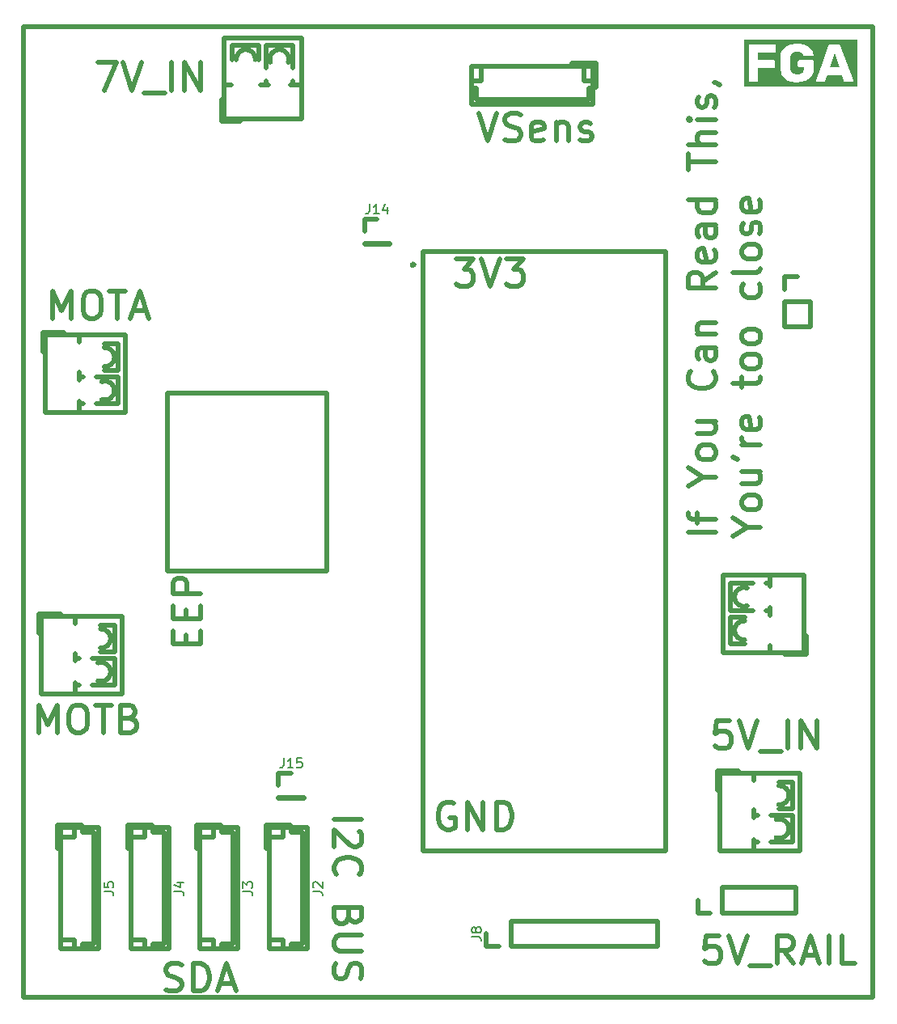
<source format=gbr>
%TF.GenerationSoftware,KiCad,Pcbnew,8.0.1*%
%TF.CreationDate,2024-11-21T16:43:07-05:00*%
%TF.ProjectId,SensorPCB,53656e73-6f72-4504-9342-2e6b69636164,rev?*%
%TF.SameCoordinates,Original*%
%TF.FileFunction,Legend,Top*%
%TF.FilePolarity,Positive*%
%FSLAX46Y46*%
G04 Gerber Fmt 4.6, Leading zero omitted, Abs format (unit mm)*
G04 Created by KiCad (PCBNEW 8.0.1) date 2024-11-21 16:43:07*
%MOMM*%
%LPD*%
G01*
G04 APERTURE LIST*
%ADD10C,0.579999*%
%ADD11C,0.499999*%
%ADD12C,0.150000*%
%TA.AperFunction,Profile*%
%ADD13C,0.499999*%
%TD*%
G04 APERTURE END LIST*
D10*
G36*
X118892792Y-24325238D02*
G01*
X117855250Y-24325238D01*
X118372067Y-22847084D01*
X118892792Y-24325238D01*
G37*
G36*
X120771427Y-26320133D02*
G01*
X108945366Y-26320133D01*
X108945366Y-25679318D01*
X109389810Y-25679318D01*
X109429866Y-25779946D01*
X109530494Y-25820002D01*
X110236843Y-25820002D01*
X110338448Y-25779946D01*
X110379480Y-25679318D01*
X110379480Y-24414142D01*
X111993434Y-24414142D01*
X112095039Y-24374087D01*
X112136071Y-24273459D01*
X112136071Y-23846523D01*
X112691967Y-23846523D01*
X112692173Y-23947537D01*
X112694034Y-24158151D01*
X112697829Y-24357478D01*
X112699237Y-24387864D01*
X112719566Y-24592439D01*
X112765240Y-24808838D01*
X112834849Y-25006674D01*
X112928394Y-25185948D01*
X113044592Y-25345255D01*
X113182161Y-25484168D01*
X113341102Y-25602687D01*
X113521414Y-25700811D01*
X113594378Y-25732064D01*
X113802045Y-25800375D01*
X113999381Y-25842216D01*
X114211303Y-25867321D01*
X114437811Y-25875689D01*
X114536644Y-25874092D01*
X114758036Y-25857943D01*
X114966525Y-25824404D01*
X115162112Y-25773473D01*
X115351970Y-25700811D01*
X116421059Y-25700811D01*
X116456230Y-25784831D01*
X116539273Y-25820002D01*
X117229013Y-25820002D01*
X117358950Y-25778969D01*
X117411706Y-25700811D01*
X117625663Y-25134169D01*
X119122380Y-25134169D01*
X119336336Y-25700811D01*
X119391046Y-25778969D01*
X119519029Y-25820002D01*
X120208770Y-25820002D01*
X120291812Y-25784831D01*
X120326983Y-25700811D01*
X120319167Y-25652940D01*
X119008074Y-22057692D01*
X118936756Y-21949249D01*
X118789233Y-21900400D01*
X117958809Y-21900400D01*
X117811287Y-21949249D01*
X117739968Y-22057692D01*
X116912437Y-24325238D01*
X116427898Y-25652940D01*
X116421059Y-25700811D01*
X115351970Y-25700811D01*
X115369840Y-25693972D01*
X115557968Y-25593161D01*
X115723747Y-25472445D01*
X115867179Y-25331822D01*
X115988262Y-25171294D01*
X116001846Y-25149785D01*
X116094994Y-24967825D01*
X116160542Y-24768279D01*
X116198492Y-24551147D01*
X116209057Y-24346732D01*
X116209057Y-23706817D01*
X116168024Y-23605212D01*
X116065442Y-23564179D01*
X114653722Y-23564179D01*
X114553094Y-23605212D01*
X114513038Y-23706817D01*
X114513038Y-24124960D01*
X114553094Y-24226564D01*
X114653722Y-24267597D01*
X115184216Y-24267597D01*
X115184216Y-24377995D01*
X115163179Y-24583015D01*
X115088473Y-24770736D01*
X114999866Y-24881978D01*
X114828599Y-24996416D01*
X114651768Y-25049905D01*
X114451489Y-25067735D01*
X114319034Y-25059460D01*
X114120030Y-25006773D01*
X113944442Y-24894811D01*
X113826748Y-24734207D01*
X113761827Y-24532675D01*
X113739278Y-24329146D01*
X113735645Y-24206017D01*
X113731785Y-23991571D01*
X113731104Y-23778433D01*
X113733602Y-23566604D01*
X113739278Y-23356085D01*
X113757535Y-23183711D01*
X113816736Y-22988371D01*
X113937603Y-22819728D01*
X114051428Y-22738971D01*
X114235892Y-22672407D01*
X114437811Y-22652667D01*
X114586143Y-22661871D01*
X114782682Y-22718124D01*
X114837672Y-22747736D01*
X114989799Y-22876393D01*
X114994522Y-22882183D01*
X115101174Y-23051270D01*
X115157838Y-23112819D01*
X115246742Y-23132359D01*
X116066419Y-23132359D01*
X116154347Y-23098165D01*
X116187564Y-23013168D01*
X116186403Y-22987874D01*
X116146348Y-22784420D01*
X116066419Y-22604795D01*
X116010841Y-22515864D01*
X115880337Y-22359637D01*
X115728388Y-22225731D01*
X115563357Y-22114927D01*
X115374546Y-22020285D01*
X115182262Y-21948272D01*
X115057561Y-21912746D01*
X114857630Y-21873239D01*
X114642242Y-21850269D01*
X114437811Y-21843736D01*
X114341177Y-21845264D01*
X114124914Y-21860718D01*
X113921554Y-21892815D01*
X113731096Y-21941555D01*
X113529230Y-22017636D01*
X113390596Y-22088345D01*
X113224663Y-22199719D01*
X113063827Y-22348371D01*
X112930348Y-22521753D01*
X112917225Y-22542474D01*
X112825848Y-22718619D01*
X112758651Y-22913204D01*
X112715634Y-23126229D01*
X112697829Y-23327752D01*
X112695545Y-23436392D01*
X112692791Y-23645344D01*
X112691967Y-23846523D01*
X112136071Y-23846523D01*
X112136071Y-23713655D01*
X112095039Y-23612051D01*
X111993434Y-23571018D01*
X110379480Y-23571018D01*
X110379480Y-22747433D01*
X112104808Y-22747433D01*
X112207390Y-22706400D01*
X112248423Y-22606749D01*
X112248423Y-22043038D01*
X112207390Y-21941433D01*
X112104808Y-21900400D01*
X109530494Y-21900400D01*
X109429866Y-21941433D01*
X109389810Y-22043038D01*
X109389810Y-25679318D01*
X108945366Y-25679318D01*
X108945366Y-21399292D01*
X120771427Y-21399292D01*
X120771427Y-26320133D01*
G37*
D11*
X105950268Y-72980579D02*
X103050274Y-72980579D01*
X104016939Y-72013914D02*
X104016939Y-70909154D01*
X105950268Y-71599629D02*
X103464559Y-71599629D01*
X103464559Y-71599629D02*
X103188369Y-71461534D01*
X103188369Y-71461534D02*
X103050274Y-71185344D01*
X103050274Y-71185344D02*
X103050274Y-70909154D01*
X104569319Y-67180591D02*
X105950268Y-67180591D01*
X103050274Y-68147256D02*
X104569319Y-67180591D01*
X104569319Y-67180591D02*
X103050274Y-66213926D01*
X105950268Y-64832977D02*
X105812174Y-65109167D01*
X105812174Y-65109167D02*
X105674079Y-65247262D01*
X105674079Y-65247262D02*
X105397889Y-65385357D01*
X105397889Y-65385357D02*
X104569319Y-65385357D01*
X104569319Y-65385357D02*
X104293129Y-65247262D01*
X104293129Y-65247262D02*
X104155034Y-65109167D01*
X104155034Y-65109167D02*
X104016939Y-64832977D01*
X104016939Y-64832977D02*
X104016939Y-64418692D01*
X104016939Y-64418692D02*
X104155034Y-64142502D01*
X104155034Y-64142502D02*
X104293129Y-64004407D01*
X104293129Y-64004407D02*
X104569319Y-63866312D01*
X104569319Y-63866312D02*
X105397889Y-63866312D01*
X105397889Y-63866312D02*
X105674079Y-64004407D01*
X105674079Y-64004407D02*
X105812174Y-64142502D01*
X105812174Y-64142502D02*
X105950268Y-64418692D01*
X105950268Y-64418692D02*
X105950268Y-64832977D01*
X104016939Y-61380603D02*
X105950268Y-61380603D01*
X104016939Y-62623458D02*
X105535984Y-62623458D01*
X105535984Y-62623458D02*
X105812174Y-62485363D01*
X105812174Y-62485363D02*
X105950268Y-62209173D01*
X105950268Y-62209173D02*
X105950268Y-61794888D01*
X105950268Y-61794888D02*
X105812174Y-61518698D01*
X105812174Y-61518698D02*
X105674079Y-61380603D01*
X105674079Y-56132995D02*
X105812174Y-56271090D01*
X105812174Y-56271090D02*
X105950268Y-56685375D01*
X105950268Y-56685375D02*
X105950268Y-56961565D01*
X105950268Y-56961565D02*
X105812174Y-57375850D01*
X105812174Y-57375850D02*
X105535984Y-57652040D01*
X105535984Y-57652040D02*
X105259794Y-57790135D01*
X105259794Y-57790135D02*
X104707414Y-57928230D01*
X104707414Y-57928230D02*
X104293129Y-57928230D01*
X104293129Y-57928230D02*
X103740749Y-57790135D01*
X103740749Y-57790135D02*
X103464559Y-57652040D01*
X103464559Y-57652040D02*
X103188369Y-57375850D01*
X103188369Y-57375850D02*
X103050274Y-56961565D01*
X103050274Y-56961565D02*
X103050274Y-56685375D01*
X103050274Y-56685375D02*
X103188369Y-56271090D01*
X103188369Y-56271090D02*
X103326464Y-56132995D01*
X105950268Y-53647286D02*
X104431224Y-53647286D01*
X104431224Y-53647286D02*
X104155034Y-53785381D01*
X104155034Y-53785381D02*
X104016939Y-54061571D01*
X104016939Y-54061571D02*
X104016939Y-54613951D01*
X104016939Y-54613951D02*
X104155034Y-54890141D01*
X105812174Y-53647286D02*
X105950268Y-53923476D01*
X105950268Y-53923476D02*
X105950268Y-54613951D01*
X105950268Y-54613951D02*
X105812174Y-54890141D01*
X105812174Y-54890141D02*
X105535984Y-55028236D01*
X105535984Y-55028236D02*
X105259794Y-55028236D01*
X105259794Y-55028236D02*
X104983604Y-54890141D01*
X104983604Y-54890141D02*
X104845509Y-54613951D01*
X104845509Y-54613951D02*
X104845509Y-53923476D01*
X104845509Y-53923476D02*
X104707414Y-53647286D01*
X104016939Y-52266337D02*
X105950268Y-52266337D01*
X104293129Y-52266337D02*
X104155034Y-52128242D01*
X104155034Y-52128242D02*
X104016939Y-51852052D01*
X104016939Y-51852052D02*
X104016939Y-51437767D01*
X104016939Y-51437767D02*
X104155034Y-51161577D01*
X104155034Y-51161577D02*
X104431224Y-51023482D01*
X104431224Y-51023482D02*
X105950268Y-51023482D01*
X105950268Y-45775874D02*
X104569319Y-46742539D01*
X105950268Y-47433014D02*
X103050274Y-47433014D01*
X103050274Y-47433014D02*
X103050274Y-46328254D01*
X103050274Y-46328254D02*
X103188369Y-46052064D01*
X103188369Y-46052064D02*
X103326464Y-45913969D01*
X103326464Y-45913969D02*
X103602654Y-45775874D01*
X103602654Y-45775874D02*
X104016939Y-45775874D01*
X104016939Y-45775874D02*
X104293129Y-45913969D01*
X104293129Y-45913969D02*
X104431224Y-46052064D01*
X104431224Y-46052064D02*
X104569319Y-46328254D01*
X104569319Y-46328254D02*
X104569319Y-47433014D01*
X105812174Y-43428260D02*
X105950268Y-43704450D01*
X105950268Y-43704450D02*
X105950268Y-44256830D01*
X105950268Y-44256830D02*
X105812174Y-44533020D01*
X105812174Y-44533020D02*
X105535984Y-44671115D01*
X105535984Y-44671115D02*
X104431224Y-44671115D01*
X104431224Y-44671115D02*
X104155034Y-44533020D01*
X104155034Y-44533020D02*
X104016939Y-44256830D01*
X104016939Y-44256830D02*
X104016939Y-43704450D01*
X104016939Y-43704450D02*
X104155034Y-43428260D01*
X104155034Y-43428260D02*
X104431224Y-43290165D01*
X104431224Y-43290165D02*
X104707414Y-43290165D01*
X104707414Y-43290165D02*
X104983604Y-44671115D01*
X105950268Y-40804456D02*
X104431224Y-40804456D01*
X104431224Y-40804456D02*
X104155034Y-40942551D01*
X104155034Y-40942551D02*
X104016939Y-41218741D01*
X104016939Y-41218741D02*
X104016939Y-41771121D01*
X104016939Y-41771121D02*
X104155034Y-42047311D01*
X105812174Y-40804456D02*
X105950268Y-41080646D01*
X105950268Y-41080646D02*
X105950268Y-41771121D01*
X105950268Y-41771121D02*
X105812174Y-42047311D01*
X105812174Y-42047311D02*
X105535984Y-42185406D01*
X105535984Y-42185406D02*
X105259794Y-42185406D01*
X105259794Y-42185406D02*
X104983604Y-42047311D01*
X104983604Y-42047311D02*
X104845509Y-41771121D01*
X104845509Y-41771121D02*
X104845509Y-41080646D01*
X104845509Y-41080646D02*
X104707414Y-40804456D01*
X105950268Y-38180652D02*
X103050274Y-38180652D01*
X105812174Y-38180652D02*
X105950268Y-38456842D01*
X105950268Y-38456842D02*
X105950268Y-39009222D01*
X105950268Y-39009222D02*
X105812174Y-39285412D01*
X105812174Y-39285412D02*
X105674079Y-39423507D01*
X105674079Y-39423507D02*
X105397889Y-39561602D01*
X105397889Y-39561602D02*
X104569319Y-39561602D01*
X104569319Y-39561602D02*
X104293129Y-39423507D01*
X104293129Y-39423507D02*
X104155034Y-39285412D01*
X104155034Y-39285412D02*
X104016939Y-39009222D01*
X104016939Y-39009222D02*
X104016939Y-38456842D01*
X104016939Y-38456842D02*
X104155034Y-38180652D01*
X103050274Y-35004469D02*
X103050274Y-33347329D01*
X105950268Y-34175899D02*
X103050274Y-34175899D01*
X105950268Y-32380665D02*
X103050274Y-32380665D01*
X105950268Y-31137810D02*
X104431224Y-31137810D01*
X104431224Y-31137810D02*
X104155034Y-31275905D01*
X104155034Y-31275905D02*
X104016939Y-31552095D01*
X104016939Y-31552095D02*
X104016939Y-31966380D01*
X104016939Y-31966380D02*
X104155034Y-32242570D01*
X104155034Y-32242570D02*
X104293129Y-32380665D01*
X105950268Y-29756861D02*
X104016939Y-29756861D01*
X103050274Y-29756861D02*
X103188369Y-29894956D01*
X103188369Y-29894956D02*
X103326464Y-29756861D01*
X103326464Y-29756861D02*
X103188369Y-29618766D01*
X103188369Y-29618766D02*
X103050274Y-29756861D01*
X103050274Y-29756861D02*
X103326464Y-29756861D01*
X105812174Y-28514006D02*
X105950268Y-28237816D01*
X105950268Y-28237816D02*
X105950268Y-27685436D01*
X105950268Y-27685436D02*
X105812174Y-27409246D01*
X105812174Y-27409246D02*
X105535984Y-27271151D01*
X105535984Y-27271151D02*
X105397889Y-27271151D01*
X105397889Y-27271151D02*
X105121699Y-27409246D01*
X105121699Y-27409246D02*
X104983604Y-27685436D01*
X104983604Y-27685436D02*
X104983604Y-28099721D01*
X104983604Y-28099721D02*
X104845509Y-28375911D01*
X104845509Y-28375911D02*
X104569319Y-28514006D01*
X104569319Y-28514006D02*
X104431224Y-28514006D01*
X104431224Y-28514006D02*
X104155034Y-28375911D01*
X104155034Y-28375911D02*
X104016939Y-28099721D01*
X104016939Y-28099721D02*
X104016939Y-27685436D01*
X104016939Y-27685436D02*
X104155034Y-27409246D01*
X105812174Y-25890202D02*
X105950268Y-25890202D01*
X105950268Y-25890202D02*
X106226458Y-26028297D01*
X106226458Y-26028297D02*
X106364553Y-26166392D01*
X109238147Y-72428199D02*
X110619096Y-72428199D01*
X107719102Y-73394864D02*
X109238147Y-72428199D01*
X109238147Y-72428199D02*
X107719102Y-71461534D01*
X110619096Y-70080585D02*
X110481002Y-70356775D01*
X110481002Y-70356775D02*
X110342907Y-70494870D01*
X110342907Y-70494870D02*
X110066717Y-70632965D01*
X110066717Y-70632965D02*
X109238147Y-70632965D01*
X109238147Y-70632965D02*
X108961957Y-70494870D01*
X108961957Y-70494870D02*
X108823862Y-70356775D01*
X108823862Y-70356775D02*
X108685767Y-70080585D01*
X108685767Y-70080585D02*
X108685767Y-69666300D01*
X108685767Y-69666300D02*
X108823862Y-69390110D01*
X108823862Y-69390110D02*
X108961957Y-69252015D01*
X108961957Y-69252015D02*
X109238147Y-69113920D01*
X109238147Y-69113920D02*
X110066717Y-69113920D01*
X110066717Y-69113920D02*
X110342907Y-69252015D01*
X110342907Y-69252015D02*
X110481002Y-69390110D01*
X110481002Y-69390110D02*
X110619096Y-69666300D01*
X110619096Y-69666300D02*
X110619096Y-70080585D01*
X108685767Y-66628211D02*
X110619096Y-66628211D01*
X108685767Y-67871066D02*
X110204812Y-67871066D01*
X110204812Y-67871066D02*
X110481002Y-67732971D01*
X110481002Y-67732971D02*
X110619096Y-67456781D01*
X110619096Y-67456781D02*
X110619096Y-67042496D01*
X110619096Y-67042496D02*
X110481002Y-66766306D01*
X110481002Y-66766306D02*
X110342907Y-66628211D01*
X107719102Y-65109167D02*
X108271482Y-65385357D01*
X110619096Y-63866312D02*
X108685767Y-63866312D01*
X109238147Y-63866312D02*
X108961957Y-63728217D01*
X108961957Y-63728217D02*
X108823862Y-63590122D01*
X108823862Y-63590122D02*
X108685767Y-63313932D01*
X108685767Y-63313932D02*
X108685767Y-63037742D01*
X110481002Y-60966318D02*
X110619096Y-61242508D01*
X110619096Y-61242508D02*
X110619096Y-61794888D01*
X110619096Y-61794888D02*
X110481002Y-62071078D01*
X110481002Y-62071078D02*
X110204812Y-62209173D01*
X110204812Y-62209173D02*
X109100052Y-62209173D01*
X109100052Y-62209173D02*
X108823862Y-62071078D01*
X108823862Y-62071078D02*
X108685767Y-61794888D01*
X108685767Y-61794888D02*
X108685767Y-61242508D01*
X108685767Y-61242508D02*
X108823862Y-60966318D01*
X108823862Y-60966318D02*
X109100052Y-60828223D01*
X109100052Y-60828223D02*
X109376242Y-60828223D01*
X109376242Y-60828223D02*
X109652432Y-62209173D01*
X108685767Y-57790135D02*
X108685767Y-56685375D01*
X107719102Y-57375850D02*
X110204812Y-57375850D01*
X110204812Y-57375850D02*
X110481002Y-57237755D01*
X110481002Y-57237755D02*
X110619096Y-56961565D01*
X110619096Y-56961565D02*
X110619096Y-56685375D01*
X110619096Y-55304426D02*
X110481002Y-55580616D01*
X110481002Y-55580616D02*
X110342907Y-55718711D01*
X110342907Y-55718711D02*
X110066717Y-55856806D01*
X110066717Y-55856806D02*
X109238147Y-55856806D01*
X109238147Y-55856806D02*
X108961957Y-55718711D01*
X108961957Y-55718711D02*
X108823862Y-55580616D01*
X108823862Y-55580616D02*
X108685767Y-55304426D01*
X108685767Y-55304426D02*
X108685767Y-54890141D01*
X108685767Y-54890141D02*
X108823862Y-54613951D01*
X108823862Y-54613951D02*
X108961957Y-54475856D01*
X108961957Y-54475856D02*
X109238147Y-54337761D01*
X109238147Y-54337761D02*
X110066717Y-54337761D01*
X110066717Y-54337761D02*
X110342907Y-54475856D01*
X110342907Y-54475856D02*
X110481002Y-54613951D01*
X110481002Y-54613951D02*
X110619096Y-54890141D01*
X110619096Y-54890141D02*
X110619096Y-55304426D01*
X110619096Y-52680622D02*
X110481002Y-52956812D01*
X110481002Y-52956812D02*
X110342907Y-53094907D01*
X110342907Y-53094907D02*
X110066717Y-53233002D01*
X110066717Y-53233002D02*
X109238147Y-53233002D01*
X109238147Y-53233002D02*
X108961957Y-53094907D01*
X108961957Y-53094907D02*
X108823862Y-52956812D01*
X108823862Y-52956812D02*
X108685767Y-52680622D01*
X108685767Y-52680622D02*
X108685767Y-52266337D01*
X108685767Y-52266337D02*
X108823862Y-51990147D01*
X108823862Y-51990147D02*
X108961957Y-51852052D01*
X108961957Y-51852052D02*
X109238147Y-51713957D01*
X109238147Y-51713957D02*
X110066717Y-51713957D01*
X110066717Y-51713957D02*
X110342907Y-51852052D01*
X110342907Y-51852052D02*
X110481002Y-51990147D01*
X110481002Y-51990147D02*
X110619096Y-52266337D01*
X110619096Y-52266337D02*
X110619096Y-52680622D01*
X110481002Y-47018729D02*
X110619096Y-47294919D01*
X110619096Y-47294919D02*
X110619096Y-47847299D01*
X110619096Y-47847299D02*
X110481002Y-48123489D01*
X110481002Y-48123489D02*
X110342907Y-48261584D01*
X110342907Y-48261584D02*
X110066717Y-48399679D01*
X110066717Y-48399679D02*
X109238147Y-48399679D01*
X109238147Y-48399679D02*
X108961957Y-48261584D01*
X108961957Y-48261584D02*
X108823862Y-48123489D01*
X108823862Y-48123489D02*
X108685767Y-47847299D01*
X108685767Y-47847299D02*
X108685767Y-47294919D01*
X108685767Y-47294919D02*
X108823862Y-47018729D01*
X110619096Y-45361590D02*
X110481002Y-45637780D01*
X110481002Y-45637780D02*
X110204812Y-45775875D01*
X110204812Y-45775875D02*
X107719102Y-45775875D01*
X110619096Y-43842546D02*
X110481002Y-44118736D01*
X110481002Y-44118736D02*
X110342907Y-44256831D01*
X110342907Y-44256831D02*
X110066717Y-44394926D01*
X110066717Y-44394926D02*
X109238147Y-44394926D01*
X109238147Y-44394926D02*
X108961957Y-44256831D01*
X108961957Y-44256831D02*
X108823862Y-44118736D01*
X108823862Y-44118736D02*
X108685767Y-43842546D01*
X108685767Y-43842546D02*
X108685767Y-43428261D01*
X108685767Y-43428261D02*
X108823862Y-43152071D01*
X108823862Y-43152071D02*
X108961957Y-43013976D01*
X108961957Y-43013976D02*
X109238147Y-42875881D01*
X109238147Y-42875881D02*
X110066717Y-42875881D01*
X110066717Y-42875881D02*
X110342907Y-43013976D01*
X110342907Y-43013976D02*
X110481002Y-43152071D01*
X110481002Y-43152071D02*
X110619096Y-43428261D01*
X110619096Y-43428261D02*
X110619096Y-43842546D01*
X110481002Y-41771122D02*
X110619096Y-41494932D01*
X110619096Y-41494932D02*
X110619096Y-40942552D01*
X110619096Y-40942552D02*
X110481002Y-40666362D01*
X110481002Y-40666362D02*
X110204812Y-40528267D01*
X110204812Y-40528267D02*
X110066717Y-40528267D01*
X110066717Y-40528267D02*
X109790527Y-40666362D01*
X109790527Y-40666362D02*
X109652432Y-40942552D01*
X109652432Y-40942552D02*
X109652432Y-41356837D01*
X109652432Y-41356837D02*
X109514337Y-41633027D01*
X109514337Y-41633027D02*
X109238147Y-41771122D01*
X109238147Y-41771122D02*
X109100052Y-41771122D01*
X109100052Y-41771122D02*
X108823862Y-41633027D01*
X108823862Y-41633027D02*
X108685767Y-41356837D01*
X108685767Y-41356837D02*
X108685767Y-40942552D01*
X108685767Y-40942552D02*
X108823862Y-40666362D01*
X110481002Y-38180653D02*
X110619096Y-38456843D01*
X110619096Y-38456843D02*
X110619096Y-39009223D01*
X110619096Y-39009223D02*
X110481002Y-39285413D01*
X110481002Y-39285413D02*
X110204812Y-39423508D01*
X110204812Y-39423508D02*
X109100052Y-39423508D01*
X109100052Y-39423508D02*
X108823862Y-39285413D01*
X108823862Y-39285413D02*
X108685767Y-39009223D01*
X108685767Y-39009223D02*
X108685767Y-38456843D01*
X108685767Y-38456843D02*
X108823862Y-38180653D01*
X108823862Y-38180653D02*
X109100052Y-38042558D01*
X109100052Y-38042558D02*
X109376242Y-38042558D01*
X109376242Y-38042558D02*
X109652432Y-39423508D01*
X48381325Y-120873994D02*
X48795610Y-121012088D01*
X48795610Y-121012088D02*
X49486085Y-121012088D01*
X49486085Y-121012088D02*
X49762275Y-120873994D01*
X49762275Y-120873994D02*
X49900370Y-120735899D01*
X49900370Y-120735899D02*
X50038465Y-120459709D01*
X50038465Y-120459709D02*
X50038465Y-120183519D01*
X50038465Y-120183519D02*
X49900370Y-119907329D01*
X49900370Y-119907329D02*
X49762275Y-119769234D01*
X49762275Y-119769234D02*
X49486085Y-119631139D01*
X49486085Y-119631139D02*
X48933705Y-119493044D01*
X48933705Y-119493044D02*
X48657515Y-119354949D01*
X48657515Y-119354949D02*
X48519420Y-119216854D01*
X48519420Y-119216854D02*
X48381325Y-118940664D01*
X48381325Y-118940664D02*
X48381325Y-118664474D01*
X48381325Y-118664474D02*
X48519420Y-118388284D01*
X48519420Y-118388284D02*
X48657515Y-118250189D01*
X48657515Y-118250189D02*
X48933705Y-118112094D01*
X48933705Y-118112094D02*
X49624180Y-118112094D01*
X49624180Y-118112094D02*
X50038465Y-118250189D01*
X51281319Y-121012088D02*
X51281319Y-118112094D01*
X51281319Y-118112094D02*
X51971794Y-118112094D01*
X51971794Y-118112094D02*
X52386079Y-118250189D01*
X52386079Y-118250189D02*
X52662269Y-118526379D01*
X52662269Y-118526379D02*
X52800364Y-118802569D01*
X52800364Y-118802569D02*
X52938459Y-119354949D01*
X52938459Y-119354949D02*
X52938459Y-119769234D01*
X52938459Y-119769234D02*
X52800364Y-120321614D01*
X52800364Y-120321614D02*
X52662269Y-120597804D01*
X52662269Y-120597804D02*
X52386079Y-120873994D01*
X52386079Y-120873994D02*
X51971794Y-121012088D01*
X51971794Y-121012088D02*
X51281319Y-121012088D01*
X54043218Y-120183519D02*
X55424168Y-120183519D01*
X53767028Y-121012088D02*
X54733693Y-118112094D01*
X54733693Y-118112094D02*
X55700358Y-121012088D01*
X81105135Y-29112094D02*
X82071800Y-32012088D01*
X82071800Y-32012088D02*
X83038465Y-29112094D01*
X83867034Y-31873994D02*
X84281319Y-32012088D01*
X84281319Y-32012088D02*
X84971794Y-32012088D01*
X84971794Y-32012088D02*
X85247984Y-31873994D01*
X85247984Y-31873994D02*
X85386079Y-31735899D01*
X85386079Y-31735899D02*
X85524174Y-31459709D01*
X85524174Y-31459709D02*
X85524174Y-31183519D01*
X85524174Y-31183519D02*
X85386079Y-30907329D01*
X85386079Y-30907329D02*
X85247984Y-30769234D01*
X85247984Y-30769234D02*
X84971794Y-30631139D01*
X84971794Y-30631139D02*
X84419414Y-30493044D01*
X84419414Y-30493044D02*
X84143224Y-30354949D01*
X84143224Y-30354949D02*
X84005129Y-30216854D01*
X84005129Y-30216854D02*
X83867034Y-29940664D01*
X83867034Y-29940664D02*
X83867034Y-29664474D01*
X83867034Y-29664474D02*
X84005129Y-29388284D01*
X84005129Y-29388284D02*
X84143224Y-29250189D01*
X84143224Y-29250189D02*
X84419414Y-29112094D01*
X84419414Y-29112094D02*
X85109889Y-29112094D01*
X85109889Y-29112094D02*
X85524174Y-29250189D01*
X87871788Y-31873994D02*
X87595598Y-32012088D01*
X87595598Y-32012088D02*
X87043218Y-32012088D01*
X87043218Y-32012088D02*
X86767028Y-31873994D01*
X86767028Y-31873994D02*
X86628933Y-31597804D01*
X86628933Y-31597804D02*
X86628933Y-30493044D01*
X86628933Y-30493044D02*
X86767028Y-30216854D01*
X86767028Y-30216854D02*
X87043218Y-30078759D01*
X87043218Y-30078759D02*
X87595598Y-30078759D01*
X87595598Y-30078759D02*
X87871788Y-30216854D01*
X87871788Y-30216854D02*
X88009883Y-30493044D01*
X88009883Y-30493044D02*
X88009883Y-30769234D01*
X88009883Y-30769234D02*
X86628933Y-31045424D01*
X89252737Y-30078759D02*
X89252737Y-32012088D01*
X89252737Y-30354949D02*
X89390832Y-30216854D01*
X89390832Y-30216854D02*
X89667022Y-30078759D01*
X89667022Y-30078759D02*
X90081307Y-30078759D01*
X90081307Y-30078759D02*
X90357497Y-30216854D01*
X90357497Y-30216854D02*
X90495592Y-30493044D01*
X90495592Y-30493044D02*
X90495592Y-32012088D01*
X91738446Y-31873994D02*
X92014636Y-32012088D01*
X92014636Y-32012088D02*
X92567016Y-32012088D01*
X92567016Y-32012088D02*
X92843206Y-31873994D01*
X92843206Y-31873994D02*
X92981301Y-31597804D01*
X92981301Y-31597804D02*
X92981301Y-31459709D01*
X92981301Y-31459709D02*
X92843206Y-31183519D01*
X92843206Y-31183519D02*
X92567016Y-31045424D01*
X92567016Y-31045424D02*
X92152731Y-31045424D01*
X92152731Y-31045424D02*
X91876541Y-30907329D01*
X91876541Y-30907329D02*
X91738446Y-30631139D01*
X91738446Y-30631139D02*
X91738446Y-30493044D01*
X91738446Y-30493044D02*
X91876541Y-30216854D01*
X91876541Y-30216854D02*
X92152731Y-30078759D01*
X92152731Y-30078759D02*
X92567016Y-30078759D01*
X92567016Y-30078759D02*
X92843206Y-30216854D01*
X78743230Y-44319102D02*
X80538465Y-44319102D01*
X80538465Y-44319102D02*
X79571800Y-45423862D01*
X79571800Y-45423862D02*
X79986085Y-45423862D01*
X79986085Y-45423862D02*
X80262275Y-45561957D01*
X80262275Y-45561957D02*
X80400370Y-45700052D01*
X80400370Y-45700052D02*
X80538465Y-45976242D01*
X80538465Y-45976242D02*
X80538465Y-46666717D01*
X80538465Y-46666717D02*
X80400370Y-46942907D01*
X80400370Y-46942907D02*
X80262275Y-47081002D01*
X80262275Y-47081002D02*
X79986085Y-47219096D01*
X79986085Y-47219096D02*
X79157515Y-47219096D01*
X79157515Y-47219096D02*
X78881325Y-47081002D01*
X78881325Y-47081002D02*
X78743230Y-46942907D01*
X81367034Y-44319102D02*
X82333699Y-47219096D01*
X82333699Y-47219096D02*
X83300364Y-44319102D01*
X83990838Y-44319102D02*
X85786073Y-44319102D01*
X85786073Y-44319102D02*
X84819408Y-45423862D01*
X84819408Y-45423862D02*
X85233693Y-45423862D01*
X85233693Y-45423862D02*
X85509883Y-45561957D01*
X85509883Y-45561957D02*
X85647978Y-45700052D01*
X85647978Y-45700052D02*
X85786073Y-45976242D01*
X85786073Y-45976242D02*
X85786073Y-46666717D01*
X85786073Y-46666717D02*
X85647978Y-46942907D01*
X85647978Y-46942907D02*
X85509883Y-47081002D01*
X85509883Y-47081002D02*
X85233693Y-47219096D01*
X85233693Y-47219096D02*
X84405123Y-47219096D01*
X84405123Y-47219096D02*
X84128933Y-47081002D01*
X84128933Y-47081002D02*
X83990838Y-46942907D01*
X78538465Y-101357197D02*
X78262275Y-101219102D01*
X78262275Y-101219102D02*
X77847990Y-101219102D01*
X77847990Y-101219102D02*
X77433705Y-101357197D01*
X77433705Y-101357197D02*
X77157515Y-101633387D01*
X77157515Y-101633387D02*
X77019420Y-101909577D01*
X77019420Y-101909577D02*
X76881325Y-102461957D01*
X76881325Y-102461957D02*
X76881325Y-102876242D01*
X76881325Y-102876242D02*
X77019420Y-103428622D01*
X77019420Y-103428622D02*
X77157515Y-103704812D01*
X77157515Y-103704812D02*
X77433705Y-103981002D01*
X77433705Y-103981002D02*
X77847990Y-104119096D01*
X77847990Y-104119096D02*
X78124180Y-104119096D01*
X78124180Y-104119096D02*
X78538465Y-103981002D01*
X78538465Y-103981002D02*
X78676560Y-103842907D01*
X78676560Y-103842907D02*
X78676560Y-102876242D01*
X78676560Y-102876242D02*
X78124180Y-102876242D01*
X79919414Y-104119096D02*
X79919414Y-101219102D01*
X79919414Y-101219102D02*
X81576554Y-104119096D01*
X81576554Y-104119096D02*
X81576554Y-101219102D01*
X82957503Y-104119096D02*
X82957503Y-101219102D01*
X82957503Y-101219102D02*
X83647978Y-101219102D01*
X83647978Y-101219102D02*
X84062263Y-101357197D01*
X84062263Y-101357197D02*
X84338453Y-101633387D01*
X84338453Y-101633387D02*
X84476548Y-101909577D01*
X84476548Y-101909577D02*
X84614643Y-102461957D01*
X84614643Y-102461957D02*
X84614643Y-102876242D01*
X84614643Y-102876242D02*
X84476548Y-103428622D01*
X84476548Y-103428622D02*
X84338453Y-103704812D01*
X84338453Y-103704812D02*
X84062263Y-103981002D01*
X84062263Y-103981002D02*
X83647978Y-104119096D01*
X83647978Y-104119096D02*
X82957503Y-104119096D01*
X50475052Y-84680579D02*
X50475052Y-83713914D01*
X51994096Y-83299629D02*
X51994096Y-84680579D01*
X51994096Y-84680579D02*
X49094102Y-84680579D01*
X49094102Y-84680579D02*
X49094102Y-83299629D01*
X50475052Y-82056775D02*
X50475052Y-81090110D01*
X51994096Y-80675825D02*
X51994096Y-82056775D01*
X51994096Y-82056775D02*
X49094102Y-82056775D01*
X49094102Y-82056775D02*
X49094102Y-80675825D01*
X51994096Y-79432971D02*
X49094102Y-79432971D01*
X49094102Y-79432971D02*
X49094102Y-78328211D01*
X49094102Y-78328211D02*
X49232197Y-78052021D01*
X49232197Y-78052021D02*
X49370292Y-77913926D01*
X49370292Y-77913926D02*
X49646482Y-77775831D01*
X49646482Y-77775831D02*
X50060767Y-77775831D01*
X50060767Y-77775831D02*
X50336957Y-77913926D01*
X50336957Y-77913926D02*
X50475052Y-78052021D01*
X50475052Y-78052021D02*
X50613147Y-78328211D01*
X50613147Y-78328211D02*
X50613147Y-79432971D01*
X35064420Y-93969096D02*
X35064420Y-91069102D01*
X35064420Y-91069102D02*
X36031085Y-93140527D01*
X36031085Y-93140527D02*
X36997750Y-91069102D01*
X36997750Y-91069102D02*
X36997750Y-93969096D01*
X38931079Y-91069102D02*
X39483459Y-91069102D01*
X39483459Y-91069102D02*
X39759649Y-91207197D01*
X39759649Y-91207197D02*
X40035839Y-91483387D01*
X40035839Y-91483387D02*
X40173934Y-92035767D01*
X40173934Y-92035767D02*
X40173934Y-93002432D01*
X40173934Y-93002432D02*
X40035839Y-93554812D01*
X40035839Y-93554812D02*
X39759649Y-93831002D01*
X39759649Y-93831002D02*
X39483459Y-93969096D01*
X39483459Y-93969096D02*
X38931079Y-93969096D01*
X38931079Y-93969096D02*
X38654889Y-93831002D01*
X38654889Y-93831002D02*
X38378699Y-93554812D01*
X38378699Y-93554812D02*
X38240604Y-93002432D01*
X38240604Y-93002432D02*
X38240604Y-92035767D01*
X38240604Y-92035767D02*
X38378699Y-91483387D01*
X38378699Y-91483387D02*
X38654889Y-91207197D01*
X38654889Y-91207197D02*
X38931079Y-91069102D01*
X41002503Y-91069102D02*
X42659643Y-91069102D01*
X41831073Y-93969096D02*
X41831073Y-91069102D01*
X44592972Y-92450052D02*
X45007257Y-92588147D01*
X45007257Y-92588147D02*
X45145352Y-92726242D01*
X45145352Y-92726242D02*
X45283447Y-93002432D01*
X45283447Y-93002432D02*
X45283447Y-93416717D01*
X45283447Y-93416717D02*
X45145352Y-93692907D01*
X45145352Y-93692907D02*
X45007257Y-93831002D01*
X45007257Y-93831002D02*
X44731067Y-93969096D01*
X44731067Y-93969096D02*
X43626307Y-93969096D01*
X43626307Y-93969096D02*
X43626307Y-91069102D01*
X43626307Y-91069102D02*
X44592972Y-91069102D01*
X44592972Y-91069102D02*
X44869162Y-91207197D01*
X44869162Y-91207197D02*
X45007257Y-91345292D01*
X45007257Y-91345292D02*
X45145352Y-91621482D01*
X45145352Y-91621482D02*
X45145352Y-91897672D01*
X45145352Y-91897672D02*
X45007257Y-92173862D01*
X45007257Y-92173862D02*
X44869162Y-92311957D01*
X44869162Y-92311957D02*
X44592972Y-92450052D01*
X44592972Y-92450052D02*
X43626307Y-92450052D01*
X36519420Y-50619096D02*
X36519420Y-47719102D01*
X36519420Y-47719102D02*
X37486085Y-49790527D01*
X37486085Y-49790527D02*
X38452750Y-47719102D01*
X38452750Y-47719102D02*
X38452750Y-50619096D01*
X40386079Y-47719102D02*
X40938459Y-47719102D01*
X40938459Y-47719102D02*
X41214649Y-47857197D01*
X41214649Y-47857197D02*
X41490839Y-48133387D01*
X41490839Y-48133387D02*
X41628934Y-48685767D01*
X41628934Y-48685767D02*
X41628934Y-49652432D01*
X41628934Y-49652432D02*
X41490839Y-50204812D01*
X41490839Y-50204812D02*
X41214649Y-50481002D01*
X41214649Y-50481002D02*
X40938459Y-50619096D01*
X40938459Y-50619096D02*
X40386079Y-50619096D01*
X40386079Y-50619096D02*
X40109889Y-50481002D01*
X40109889Y-50481002D02*
X39833699Y-50204812D01*
X39833699Y-50204812D02*
X39695604Y-49652432D01*
X39695604Y-49652432D02*
X39695604Y-48685767D01*
X39695604Y-48685767D02*
X39833699Y-48133387D01*
X39833699Y-48133387D02*
X40109889Y-47857197D01*
X40109889Y-47857197D02*
X40386079Y-47719102D01*
X42457503Y-47719102D02*
X44114643Y-47719102D01*
X43286073Y-50619096D02*
X43286073Y-47719102D01*
X44943212Y-49790527D02*
X46324162Y-49790527D01*
X44667022Y-50619096D02*
X45633687Y-47719102D01*
X45633687Y-47719102D02*
X46600352Y-50619096D01*
X41243230Y-23819102D02*
X43176560Y-23819102D01*
X43176560Y-23819102D02*
X41933705Y-26719096D01*
X43867034Y-23819102D02*
X44833699Y-26719096D01*
X44833699Y-26719096D02*
X45800364Y-23819102D01*
X46076554Y-26995286D02*
X48286073Y-26995286D01*
X48976547Y-26719096D02*
X48976547Y-23819102D01*
X50357497Y-26719096D02*
X50357497Y-23819102D01*
X50357497Y-23819102D02*
X52014637Y-26719096D01*
X52014637Y-26719096D02*
X52014637Y-23819102D01*
X65987911Y-103019420D02*
X68887905Y-103019420D01*
X68611715Y-104262275D02*
X68749810Y-104400370D01*
X68749810Y-104400370D02*
X68887905Y-104676560D01*
X68887905Y-104676560D02*
X68887905Y-105367035D01*
X68887905Y-105367035D02*
X68749810Y-105643225D01*
X68749810Y-105643225D02*
X68611715Y-105781320D01*
X68611715Y-105781320D02*
X68335525Y-105919415D01*
X68335525Y-105919415D02*
X68059335Y-105919415D01*
X68059335Y-105919415D02*
X67645050Y-105781320D01*
X67645050Y-105781320D02*
X65987911Y-104124180D01*
X65987911Y-104124180D02*
X65987911Y-105919415D01*
X66264100Y-108819409D02*
X66126006Y-108681314D01*
X66126006Y-108681314D02*
X65987911Y-108267029D01*
X65987911Y-108267029D02*
X65987911Y-107990839D01*
X65987911Y-107990839D02*
X66126006Y-107576554D01*
X66126006Y-107576554D02*
X66402195Y-107300364D01*
X66402195Y-107300364D02*
X66678385Y-107162269D01*
X66678385Y-107162269D02*
X67230765Y-107024174D01*
X67230765Y-107024174D02*
X67645050Y-107024174D01*
X67645050Y-107024174D02*
X68197430Y-107162269D01*
X68197430Y-107162269D02*
X68473620Y-107300364D01*
X68473620Y-107300364D02*
X68749810Y-107576554D01*
X68749810Y-107576554D02*
X68887905Y-107990839D01*
X68887905Y-107990839D02*
X68887905Y-108267029D01*
X68887905Y-108267029D02*
X68749810Y-108681314D01*
X68749810Y-108681314D02*
X68611715Y-108819409D01*
X67506955Y-113238447D02*
X67368860Y-113652732D01*
X67368860Y-113652732D02*
X67230765Y-113790827D01*
X67230765Y-113790827D02*
X66954575Y-113928922D01*
X66954575Y-113928922D02*
X66540290Y-113928922D01*
X66540290Y-113928922D02*
X66264100Y-113790827D01*
X66264100Y-113790827D02*
X66126006Y-113652732D01*
X66126006Y-113652732D02*
X65987911Y-113376542D01*
X65987911Y-113376542D02*
X65987911Y-112271782D01*
X65987911Y-112271782D02*
X68887905Y-112271782D01*
X68887905Y-112271782D02*
X68887905Y-113238447D01*
X68887905Y-113238447D02*
X68749810Y-113514637D01*
X68749810Y-113514637D02*
X68611715Y-113652732D01*
X68611715Y-113652732D02*
X68335525Y-113790827D01*
X68335525Y-113790827D02*
X68059335Y-113790827D01*
X68059335Y-113790827D02*
X67783145Y-113652732D01*
X67783145Y-113652732D02*
X67645050Y-113514637D01*
X67645050Y-113514637D02*
X67506955Y-113238447D01*
X67506955Y-113238447D02*
X67506955Y-112271782D01*
X68887905Y-115171776D02*
X66540290Y-115171776D01*
X66540290Y-115171776D02*
X66264100Y-115309871D01*
X66264100Y-115309871D02*
X66126006Y-115447966D01*
X66126006Y-115447966D02*
X65987911Y-115724156D01*
X65987911Y-115724156D02*
X65987911Y-116276536D01*
X65987911Y-116276536D02*
X66126006Y-116552726D01*
X66126006Y-116552726D02*
X66264100Y-116690821D01*
X66264100Y-116690821D02*
X66540290Y-116828916D01*
X66540290Y-116828916D02*
X68887905Y-116828916D01*
X66126006Y-118071770D02*
X65987911Y-118486055D01*
X65987911Y-118486055D02*
X65987911Y-119176530D01*
X65987911Y-119176530D02*
X66126006Y-119452720D01*
X66126006Y-119452720D02*
X66264100Y-119590815D01*
X66264100Y-119590815D02*
X66540290Y-119728910D01*
X66540290Y-119728910D02*
X66816480Y-119728910D01*
X66816480Y-119728910D02*
X67092670Y-119590815D01*
X67092670Y-119590815D02*
X67230765Y-119452720D01*
X67230765Y-119452720D02*
X67368860Y-119176530D01*
X67368860Y-119176530D02*
X67506955Y-118624150D01*
X67506955Y-118624150D02*
X67645050Y-118347960D01*
X67645050Y-118347960D02*
X67783145Y-118209865D01*
X67783145Y-118209865D02*
X68059335Y-118071770D01*
X68059335Y-118071770D02*
X68335525Y-118071770D01*
X68335525Y-118071770D02*
X68611715Y-118209865D01*
X68611715Y-118209865D02*
X68749810Y-118347960D01*
X68749810Y-118347960D02*
X68887905Y-118624150D01*
X68887905Y-118624150D02*
X68887905Y-119314625D01*
X68887905Y-119314625D02*
X68749810Y-119728910D01*
X106320370Y-115219102D02*
X104939420Y-115219102D01*
X104939420Y-115219102D02*
X104801325Y-116600052D01*
X104801325Y-116600052D02*
X104939420Y-116461957D01*
X104939420Y-116461957D02*
X105215610Y-116323862D01*
X105215610Y-116323862D02*
X105906085Y-116323862D01*
X105906085Y-116323862D02*
X106182275Y-116461957D01*
X106182275Y-116461957D02*
X106320370Y-116600052D01*
X106320370Y-116600052D02*
X106458465Y-116876242D01*
X106458465Y-116876242D02*
X106458465Y-117566717D01*
X106458465Y-117566717D02*
X106320370Y-117842907D01*
X106320370Y-117842907D02*
X106182275Y-117981002D01*
X106182275Y-117981002D02*
X105906085Y-118119096D01*
X105906085Y-118119096D02*
X105215610Y-118119096D01*
X105215610Y-118119096D02*
X104939420Y-117981002D01*
X104939420Y-117981002D02*
X104801325Y-117842907D01*
X107287034Y-115219102D02*
X108253699Y-118119096D01*
X108253699Y-118119096D02*
X109220364Y-115219102D01*
X109496554Y-118395286D02*
X111706073Y-118395286D01*
X114053687Y-118119096D02*
X113087022Y-116738147D01*
X112396547Y-118119096D02*
X112396547Y-115219102D01*
X112396547Y-115219102D02*
X113501307Y-115219102D01*
X113501307Y-115219102D02*
X113777497Y-115357197D01*
X113777497Y-115357197D02*
X113915592Y-115495292D01*
X113915592Y-115495292D02*
X114053687Y-115771482D01*
X114053687Y-115771482D02*
X114053687Y-116185767D01*
X114053687Y-116185767D02*
X113915592Y-116461957D01*
X113915592Y-116461957D02*
X113777497Y-116600052D01*
X113777497Y-116600052D02*
X113501307Y-116738147D01*
X113501307Y-116738147D02*
X112396547Y-116738147D01*
X115158446Y-117290527D02*
X116539396Y-117290527D01*
X114882256Y-118119096D02*
X115848921Y-115219102D01*
X115848921Y-115219102D02*
X116815586Y-118119096D01*
X117782250Y-118119096D02*
X117782250Y-115219102D01*
X120544150Y-118119096D02*
X119163200Y-118119096D01*
X119163200Y-118119096D02*
X119163200Y-115219102D01*
X107400370Y-92719102D02*
X106019420Y-92719102D01*
X106019420Y-92719102D02*
X105881325Y-94100052D01*
X105881325Y-94100052D02*
X106019420Y-93961957D01*
X106019420Y-93961957D02*
X106295610Y-93823862D01*
X106295610Y-93823862D02*
X106986085Y-93823862D01*
X106986085Y-93823862D02*
X107262275Y-93961957D01*
X107262275Y-93961957D02*
X107400370Y-94100052D01*
X107400370Y-94100052D02*
X107538465Y-94376242D01*
X107538465Y-94376242D02*
X107538465Y-95066717D01*
X107538465Y-95066717D02*
X107400370Y-95342907D01*
X107400370Y-95342907D02*
X107262275Y-95481002D01*
X107262275Y-95481002D02*
X106986085Y-95619096D01*
X106986085Y-95619096D02*
X106295610Y-95619096D01*
X106295610Y-95619096D02*
X106019420Y-95481002D01*
X106019420Y-95481002D02*
X105881325Y-95342907D01*
X108367034Y-92719102D02*
X109333699Y-95619096D01*
X109333699Y-95619096D02*
X110300364Y-92719102D01*
X110576554Y-95895286D02*
X112786073Y-95895286D01*
X113476547Y-95619096D02*
X113476547Y-92719102D01*
X114857497Y-95619096D02*
X114857497Y-92719102D01*
X114857497Y-92719102D02*
X116514637Y-95619096D01*
X116514637Y-95619096D02*
X116514637Y-92719102D01*
D12*
X41904819Y-110583333D02*
X42619104Y-110583333D01*
X42619104Y-110583333D02*
X42761961Y-110630952D01*
X42761961Y-110630952D02*
X42857200Y-110726190D01*
X42857200Y-110726190D02*
X42904819Y-110869047D01*
X42904819Y-110869047D02*
X42904819Y-110964285D01*
X41904819Y-109630952D02*
X41904819Y-110107142D01*
X41904819Y-110107142D02*
X42381009Y-110154761D01*
X42381009Y-110154761D02*
X42333390Y-110107142D01*
X42333390Y-110107142D02*
X42285771Y-110011904D01*
X42285771Y-110011904D02*
X42285771Y-109773809D01*
X42285771Y-109773809D02*
X42333390Y-109678571D01*
X42333390Y-109678571D02*
X42381009Y-109630952D01*
X42381009Y-109630952D02*
X42476247Y-109583333D01*
X42476247Y-109583333D02*
X42714342Y-109583333D01*
X42714342Y-109583333D02*
X42809580Y-109630952D01*
X42809580Y-109630952D02*
X42857200Y-109678571D01*
X42857200Y-109678571D02*
X42904819Y-109773809D01*
X42904819Y-109773809D02*
X42904819Y-110011904D01*
X42904819Y-110011904D02*
X42857200Y-110107142D01*
X42857200Y-110107142D02*
X42809580Y-110154761D01*
X49254819Y-110583333D02*
X49969104Y-110583333D01*
X49969104Y-110583333D02*
X50111961Y-110630952D01*
X50111961Y-110630952D02*
X50207200Y-110726190D01*
X50207200Y-110726190D02*
X50254819Y-110869047D01*
X50254819Y-110869047D02*
X50254819Y-110964285D01*
X49588152Y-109678571D02*
X50254819Y-109678571D01*
X49207200Y-109916666D02*
X49921485Y-110154761D01*
X49921485Y-110154761D02*
X49921485Y-109535714D01*
X56454819Y-110583333D02*
X57169104Y-110583333D01*
X57169104Y-110583333D02*
X57311961Y-110630952D01*
X57311961Y-110630952D02*
X57407200Y-110726190D01*
X57407200Y-110726190D02*
X57454819Y-110869047D01*
X57454819Y-110869047D02*
X57454819Y-110964285D01*
X56454819Y-110202380D02*
X56454819Y-109583333D01*
X56454819Y-109583333D02*
X56835771Y-109916666D01*
X56835771Y-109916666D02*
X56835771Y-109773809D01*
X56835771Y-109773809D02*
X56883390Y-109678571D01*
X56883390Y-109678571D02*
X56931009Y-109630952D01*
X56931009Y-109630952D02*
X57026247Y-109583333D01*
X57026247Y-109583333D02*
X57264342Y-109583333D01*
X57264342Y-109583333D02*
X57359580Y-109630952D01*
X57359580Y-109630952D02*
X57407200Y-109678571D01*
X57407200Y-109678571D02*
X57454819Y-109773809D01*
X57454819Y-109773809D02*
X57454819Y-110059523D01*
X57454819Y-110059523D02*
X57407200Y-110154761D01*
X57407200Y-110154761D02*
X57359580Y-110202380D01*
X63754819Y-110583333D02*
X64469104Y-110583333D01*
X64469104Y-110583333D02*
X64611961Y-110630952D01*
X64611961Y-110630952D02*
X64707200Y-110726190D01*
X64707200Y-110726190D02*
X64754819Y-110869047D01*
X64754819Y-110869047D02*
X64754819Y-110964285D01*
X63850057Y-110154761D02*
X63802438Y-110107142D01*
X63802438Y-110107142D02*
X63754819Y-110011904D01*
X63754819Y-110011904D02*
X63754819Y-109773809D01*
X63754819Y-109773809D02*
X63802438Y-109678571D01*
X63802438Y-109678571D02*
X63850057Y-109630952D01*
X63850057Y-109630952D02*
X63945295Y-109583333D01*
X63945295Y-109583333D02*
X64040533Y-109583333D01*
X64040533Y-109583333D02*
X64183390Y-109630952D01*
X64183390Y-109630952D02*
X64754819Y-110202380D01*
X64754819Y-110202380D02*
X64754819Y-109583333D01*
X60690476Y-96624819D02*
X60690476Y-97339104D01*
X60690476Y-97339104D02*
X60642857Y-97481961D01*
X60642857Y-97481961D02*
X60547619Y-97577200D01*
X60547619Y-97577200D02*
X60404762Y-97624819D01*
X60404762Y-97624819D02*
X60309524Y-97624819D01*
X61690476Y-97624819D02*
X61119048Y-97624819D01*
X61404762Y-97624819D02*
X61404762Y-96624819D01*
X61404762Y-96624819D02*
X61309524Y-96767676D01*
X61309524Y-96767676D02*
X61214286Y-96862914D01*
X61214286Y-96862914D02*
X61119048Y-96910533D01*
X62595238Y-96624819D02*
X62119048Y-96624819D01*
X62119048Y-96624819D02*
X62071429Y-97101009D01*
X62071429Y-97101009D02*
X62119048Y-97053390D01*
X62119048Y-97053390D02*
X62214286Y-97005771D01*
X62214286Y-97005771D02*
X62452381Y-97005771D01*
X62452381Y-97005771D02*
X62547619Y-97053390D01*
X62547619Y-97053390D02*
X62595238Y-97101009D01*
X62595238Y-97101009D02*
X62642857Y-97196247D01*
X62642857Y-97196247D02*
X62642857Y-97434342D01*
X62642857Y-97434342D02*
X62595238Y-97529580D01*
X62595238Y-97529580D02*
X62547619Y-97577200D01*
X62547619Y-97577200D02*
X62452381Y-97624819D01*
X62452381Y-97624819D02*
X62214286Y-97624819D01*
X62214286Y-97624819D02*
X62119048Y-97577200D01*
X62119048Y-97577200D02*
X62071429Y-97529580D01*
X69690476Y-38624819D02*
X69690476Y-39339104D01*
X69690476Y-39339104D02*
X69642857Y-39481961D01*
X69642857Y-39481961D02*
X69547619Y-39577200D01*
X69547619Y-39577200D02*
X69404762Y-39624819D01*
X69404762Y-39624819D02*
X69309524Y-39624819D01*
X70690476Y-39624819D02*
X70119048Y-39624819D01*
X70404762Y-39624819D02*
X70404762Y-38624819D01*
X70404762Y-38624819D02*
X70309524Y-38767676D01*
X70309524Y-38767676D02*
X70214286Y-38862914D01*
X70214286Y-38862914D02*
X70119048Y-38910533D01*
X71547619Y-38958152D02*
X71547619Y-39624819D01*
X71309524Y-38577200D02*
X71071429Y-39291485D01*
X71071429Y-39291485D02*
X71690476Y-39291485D01*
X80384819Y-115333333D02*
X81099104Y-115333333D01*
X81099104Y-115333333D02*
X81241961Y-115380952D01*
X81241961Y-115380952D02*
X81337200Y-115476190D01*
X81337200Y-115476190D02*
X81384819Y-115619047D01*
X81384819Y-115619047D02*
X81384819Y-115714285D01*
X80813390Y-114714285D02*
X80765771Y-114809523D01*
X80765771Y-114809523D02*
X80718152Y-114857142D01*
X80718152Y-114857142D02*
X80622914Y-114904761D01*
X80622914Y-114904761D02*
X80575295Y-114904761D01*
X80575295Y-114904761D02*
X80480057Y-114857142D01*
X80480057Y-114857142D02*
X80432438Y-114809523D01*
X80432438Y-114809523D02*
X80384819Y-114714285D01*
X80384819Y-114714285D02*
X80384819Y-114523809D01*
X80384819Y-114523809D02*
X80432438Y-114428571D01*
X80432438Y-114428571D02*
X80480057Y-114380952D01*
X80480057Y-114380952D02*
X80575295Y-114333333D01*
X80575295Y-114333333D02*
X80622914Y-114333333D01*
X80622914Y-114333333D02*
X80718152Y-114380952D01*
X80718152Y-114380952D02*
X80765771Y-114428571D01*
X80765771Y-114428571D02*
X80813390Y-114523809D01*
X80813390Y-114523809D02*
X80813390Y-114714285D01*
X80813390Y-114714285D02*
X80861009Y-114809523D01*
X80861009Y-114809523D02*
X80908628Y-114857142D01*
X80908628Y-114857142D02*
X81003866Y-114904761D01*
X81003866Y-114904761D02*
X81194342Y-114904761D01*
X81194342Y-114904761D02*
X81289580Y-114857142D01*
X81289580Y-114857142D02*
X81337200Y-114809523D01*
X81337200Y-114809523D02*
X81384819Y-114714285D01*
X81384819Y-114714285D02*
X81384819Y-114523809D01*
X81384819Y-114523809D02*
X81337200Y-114428571D01*
X81337200Y-114428571D02*
X81289580Y-114380952D01*
X81289580Y-114380952D02*
X81194342Y-114333333D01*
X81194342Y-114333333D02*
X81003866Y-114333333D01*
X81003866Y-114333333D02*
X80908628Y-114380952D01*
X80908628Y-114380952D02*
X80861009Y-114428571D01*
X80861009Y-114428571D02*
X80813390Y-114523809D01*
D11*
%TO.C,J5*%
X39540000Y-103590000D02*
X37040000Y-103590000D01*
X37040000Y-103590000D02*
X37040000Y-106090000D01*
X41360000Y-103890000D02*
X37340000Y-103890000D01*
X39650000Y-103890000D02*
X39650000Y-104390000D01*
X38840000Y-103890000D02*
X38840000Y-104890000D01*
X37340000Y-103890000D02*
X37340000Y-116610000D01*
X40860000Y-104390000D02*
X40860000Y-116110000D01*
X39650000Y-104390000D02*
X40860000Y-104390000D01*
X38840000Y-104890000D02*
X37340000Y-104890000D01*
X38840000Y-115610000D02*
X37340000Y-115610000D01*
X40860000Y-116110000D02*
X39650000Y-116110000D01*
X39650000Y-116110000D02*
X39650000Y-116610000D01*
X41360000Y-116610000D02*
X41360000Y-103890000D01*
X38840000Y-116610000D02*
X38840000Y-115610000D01*
X37340000Y-116610000D02*
X41360000Y-116610000D01*
%TO.C,J4*%
X46890000Y-103590000D02*
X44390000Y-103590000D01*
X44390000Y-103590000D02*
X44390000Y-106090000D01*
X48710000Y-103890000D02*
X44690000Y-103890000D01*
X47000000Y-103890000D02*
X47000000Y-104390000D01*
X46190000Y-103890000D02*
X46190000Y-104890000D01*
X44690000Y-103890000D02*
X44690000Y-116610000D01*
X48210000Y-104390000D02*
X48210000Y-116110000D01*
X47000000Y-104390000D02*
X48210000Y-104390000D01*
X46190000Y-104890000D02*
X44690000Y-104890000D01*
X46190000Y-115610000D02*
X44690000Y-115610000D01*
X48210000Y-116110000D02*
X47000000Y-116110000D01*
X47000000Y-116110000D02*
X47000000Y-116610000D01*
X48710000Y-116610000D02*
X48710000Y-103890000D01*
X46190000Y-116610000D02*
X46190000Y-115610000D01*
X44690000Y-116610000D02*
X48710000Y-116610000D01*
%TO.C,J3*%
X54090000Y-103590000D02*
X51590000Y-103590000D01*
X51590000Y-103590000D02*
X51590000Y-106090000D01*
X55910000Y-103890000D02*
X51890000Y-103890000D01*
X54200000Y-103890000D02*
X54200000Y-104390000D01*
X53390000Y-103890000D02*
X53390000Y-104890000D01*
X51890000Y-103890000D02*
X51890000Y-116610000D01*
X55410000Y-104390000D02*
X55410000Y-116110000D01*
X54200000Y-104390000D02*
X55410000Y-104390000D01*
X53390000Y-104890000D02*
X51890000Y-104890000D01*
X53390000Y-115610000D02*
X51890000Y-115610000D01*
X55410000Y-116110000D02*
X54200000Y-116110000D01*
X54200000Y-116110000D02*
X54200000Y-116610000D01*
X55910000Y-116610000D02*
X55910000Y-103890000D01*
X53390000Y-116610000D02*
X53390000Y-115610000D01*
X51890000Y-116610000D02*
X55910000Y-116610000D01*
%TO.C,J2*%
X61390000Y-103590000D02*
X58890000Y-103590000D01*
X58890000Y-103590000D02*
X58890000Y-106090000D01*
X63210000Y-103890000D02*
X59190000Y-103890000D01*
X61500000Y-103890000D02*
X61500000Y-104390000D01*
X60690000Y-103890000D02*
X60690000Y-104890000D01*
X59190000Y-103890000D02*
X59190000Y-116610000D01*
X62710000Y-104390000D02*
X62710000Y-116110000D01*
X61500000Y-104390000D02*
X62710000Y-104390000D01*
X60690000Y-104890000D02*
X59190000Y-104890000D01*
X60690000Y-115610000D02*
X59190000Y-115610000D01*
X62710000Y-116110000D02*
X61500000Y-116110000D01*
X61500000Y-116110000D02*
X61500000Y-116610000D01*
X63210000Y-116610000D02*
X63210000Y-103890000D01*
X60690000Y-116610000D02*
X60690000Y-115610000D01*
X59190000Y-116610000D02*
X63210000Y-116610000D01*
%TO.C,J15*%
X60170000Y-98170000D02*
X61500000Y-98170000D01*
X60170000Y-99500000D02*
X60170000Y-98170000D01*
X60170000Y-100770000D02*
X60170000Y-100830000D01*
X60170000Y-100770000D02*
X62830000Y-100770000D01*
X60170000Y-100830000D02*
X62830000Y-100830000D01*
X62830000Y-100770000D02*
X62830000Y-100830000D01*
%TO.C,J14*%
X69170000Y-40170000D02*
X70500000Y-40170000D01*
X69170000Y-41500000D02*
X69170000Y-40170000D01*
X69170000Y-42770000D02*
X69170000Y-42830000D01*
X69170000Y-42770000D02*
X71830000Y-42770000D01*
X69170000Y-42830000D02*
X71830000Y-42830000D01*
X71830000Y-42770000D02*
X71830000Y-42830000D01*
%TO.C,J8*%
X84530000Y-113670000D02*
X99830000Y-113670000D01*
X99830000Y-116330000D02*
X99830000Y-113670000D01*
X84530000Y-116330000D02*
X84530000Y-113670000D01*
X84530000Y-116330000D02*
X99830000Y-116330000D01*
X83260000Y-116330000D02*
X81930000Y-116330000D01*
X81930000Y-116330000D02*
X81930000Y-115000000D01*
%TO.C,U2*%
X48500000Y-77000000D02*
X65250000Y-77000000D01*
X65250000Y-58400000D01*
X48500000Y-58400000D01*
X48500000Y-77000000D01*
%TO.C,U1*%
X75270500Y-43585000D02*
X100670500Y-43585000D01*
X75270500Y-106325000D02*
X75270500Y-43585000D01*
X100670500Y-43585000D02*
X100670500Y-106325000D01*
X100670500Y-106325000D02*
X75270500Y-106325000D01*
X74354500Y-44983000D02*
G75*
G02*
X74154500Y-44983000I-100000J0D01*
G01*
X74154500Y-44983000D02*
G75*
G02*
X74354500Y-44983000I100000J0D01*
G01*
%TO.C,J13*%
X104050000Y-112830000D02*
X104050000Y-111500000D01*
X105380000Y-112830000D02*
X104050000Y-112830000D01*
X106650000Y-112830000D02*
X114330000Y-112830000D01*
X106650000Y-112830000D02*
X106650000Y-110170000D01*
X114330000Y-112830000D02*
X114330000Y-110170000D01*
X106650000Y-110170000D02*
X114330000Y-110170000D01*
%TO.C,J12*%
X108340000Y-97950000D02*
X106100000Y-97950000D01*
X106100000Y-97950000D02*
X106100000Y-99950000D01*
X114760000Y-98190000D02*
X106340000Y-98190000D01*
X114760000Y-98190000D02*
X114760000Y-106310000D01*
X109899000Y-98190000D02*
X109899000Y-98960000D01*
X106340000Y-98190000D02*
X106340000Y-106310000D01*
X114000000Y-99100000D02*
X112540000Y-99100000D01*
X114000000Y-99100000D02*
X114000000Y-101900000D01*
X114000000Y-101900000D02*
X112540000Y-101900000D01*
X109899000Y-102040000D02*
X109899000Y-102867000D01*
X114000000Y-102600000D02*
X111689000Y-102600000D01*
X114000000Y-102600000D02*
X114000000Y-105400000D01*
X110311000Y-102600000D02*
X110250000Y-102600000D01*
X110250000Y-102600000D02*
X110250000Y-102601000D01*
X109899000Y-105134000D02*
X109899000Y-106310000D01*
X114000000Y-105400000D02*
X111689000Y-105400000D01*
X110311000Y-105400000D02*
X110250000Y-105400000D01*
X110250000Y-105400000D02*
X110250000Y-105400000D01*
X114760000Y-106310000D02*
X106340000Y-106310000D01*
X112529434Y-99502111D02*
G75*
G02*
X112531000Y-101497999I70566J-997889D01*
G01*
X112257767Y-103060086D02*
G75*
G02*
X112258000Y-104939999I342233J-939914D01*
G01*
%TO.C,J11*%
X41257767Y-86660086D02*
G75*
G02*
X41258000Y-88539999I342233J-939914D01*
G01*
X41529434Y-83102111D02*
G75*
G02*
X41531000Y-85097999I70566J-997889D01*
G01*
X43760000Y-89910000D02*
X35340000Y-89910000D01*
X39250000Y-89000000D02*
X39250000Y-89000000D01*
X39311000Y-89000000D02*
X39250000Y-89000000D01*
X43000000Y-89000000D02*
X40689000Y-89000000D01*
X38899000Y-88734000D02*
X38899000Y-89910000D01*
X39250000Y-86200000D02*
X39250000Y-86201000D01*
X39311000Y-86200000D02*
X39250000Y-86200000D01*
X43000000Y-86200000D02*
X43000000Y-89000000D01*
X43000000Y-86200000D02*
X40689000Y-86200000D01*
X38899000Y-85640000D02*
X38899000Y-86467000D01*
X43000000Y-85500000D02*
X41540000Y-85500000D01*
X43000000Y-82700000D02*
X43000000Y-85500000D01*
X43000000Y-82700000D02*
X41540000Y-82700000D01*
X35340000Y-81790000D02*
X35340000Y-89910000D01*
X38899000Y-81790000D02*
X38899000Y-82560000D01*
X43760000Y-81790000D02*
X43760000Y-89910000D01*
X43760000Y-81790000D02*
X35340000Y-81790000D01*
X35100000Y-81550000D02*
X35100000Y-83550000D01*
X37340000Y-81550000D02*
X35100000Y-81550000D01*
%TO.C,J10*%
X37740000Y-52100000D02*
X35500000Y-52100000D01*
X35500000Y-52100000D02*
X35500000Y-54100000D01*
X44160000Y-52340000D02*
X35740000Y-52340000D01*
X44160000Y-52340000D02*
X44160000Y-60460000D01*
X39299000Y-52340000D02*
X39299000Y-53110000D01*
X35740000Y-52340000D02*
X35740000Y-60460000D01*
X43400000Y-53250000D02*
X41940000Y-53250000D01*
X43400000Y-53250000D02*
X43400000Y-56050000D01*
X43400000Y-56050000D02*
X41940000Y-56050000D01*
X39299000Y-56190000D02*
X39299000Y-57017000D01*
X43400000Y-56750000D02*
X41089000Y-56750000D01*
X43400000Y-56750000D02*
X43400000Y-59550000D01*
X39711000Y-56750000D02*
X39650000Y-56750000D01*
X39650000Y-56750000D02*
X39650000Y-56751000D01*
X39299000Y-59284000D02*
X39299000Y-60460000D01*
X43400000Y-59550000D02*
X41089000Y-59550000D01*
X39711000Y-59550000D02*
X39650000Y-59550000D01*
X39650000Y-59550000D02*
X39650000Y-59550000D01*
X44160000Y-60460000D02*
X35740000Y-60460000D01*
X41929434Y-53652111D02*
G75*
G02*
X41931000Y-55647999I70566J-997889D01*
G01*
X41657767Y-57210086D02*
G75*
G02*
X41658000Y-59089999I342233J-939914D01*
G01*
%TO.C,J9*%
X54200000Y-27705000D02*
X54200000Y-29945000D01*
X54200000Y-29945000D02*
X56200000Y-29945000D01*
X54440000Y-21285000D02*
X54440000Y-29705000D01*
X54440000Y-21285000D02*
X62560000Y-21285000D01*
X54440000Y-26146000D02*
X55210000Y-26146000D01*
X54440000Y-29705000D02*
X62560000Y-29705000D01*
X55350000Y-22045000D02*
X55350000Y-23505000D01*
X55350000Y-22045000D02*
X58150000Y-22045000D01*
X58150000Y-22045000D02*
X58150000Y-23505000D01*
X58290000Y-26146000D02*
X59117000Y-26146000D01*
X58850000Y-22045000D02*
X58850000Y-24356000D01*
X58850000Y-22045000D02*
X61650000Y-22045000D01*
X58850000Y-25734000D02*
X58850000Y-25795000D01*
X58850000Y-25795000D02*
X58851000Y-25795000D01*
X61384000Y-26146000D02*
X62560000Y-26146000D01*
X61650000Y-22045000D02*
X61650000Y-24356000D01*
X61650000Y-25734000D02*
X61650000Y-25795000D01*
X61650000Y-25795000D02*
X61650000Y-25795000D01*
X62560000Y-21285000D02*
X62560000Y-29705000D01*
X55752111Y-23515566D02*
G75*
G02*
X57747999Y-23514000I997889J70566D01*
G01*
X59310086Y-23787233D02*
G75*
G02*
X61189999Y-23787000I939914J342233D01*
G01*
%TO.C,J7*%
X93410000Y-26390000D02*
X93410000Y-23890000D01*
X93410000Y-23890000D02*
X90910000Y-23890000D01*
X93110000Y-28210000D02*
X93110000Y-24190000D01*
X93110000Y-26500000D02*
X92610000Y-26500000D01*
X93110000Y-25690000D02*
X92110000Y-25690000D01*
X93110000Y-24190000D02*
X80390000Y-24190000D01*
X92610000Y-27710000D02*
X80890000Y-27710000D01*
X92610000Y-26500000D02*
X92610000Y-27710000D01*
X92110000Y-25690000D02*
X92110000Y-24190000D01*
X81390000Y-25690000D02*
X81390000Y-24190000D01*
X80890000Y-27710000D02*
X80890000Y-26500000D01*
X80890000Y-26500000D02*
X80390000Y-26500000D01*
X80390000Y-28210000D02*
X93110000Y-28210000D01*
X80390000Y-25690000D02*
X81390000Y-25690000D01*
X80390000Y-24190000D02*
X80390000Y-28210000D01*
%TO.C,J6*%
X113160000Y-85800000D02*
X115400000Y-85800000D01*
X115400000Y-85800000D02*
X115400000Y-83800000D01*
X106740000Y-85560000D02*
X115160000Y-85560000D01*
X106740000Y-85560000D02*
X106740000Y-77440000D01*
X111601000Y-85560000D02*
X111601000Y-84790000D01*
X115160000Y-85560000D02*
X115160000Y-77440000D01*
X107500000Y-84650000D02*
X108960000Y-84650000D01*
X107500000Y-84650000D02*
X107500000Y-81850000D01*
X107500000Y-81850000D02*
X108960000Y-81850000D01*
X111601000Y-81710000D02*
X111601000Y-80883000D01*
X107500000Y-81150000D02*
X109811000Y-81150000D01*
X107500000Y-81150000D02*
X107500000Y-78350000D01*
X111189000Y-81150000D02*
X111250000Y-81150000D01*
X111250000Y-81150000D02*
X111250000Y-81149000D01*
X111601000Y-78616000D02*
X111601000Y-77440000D01*
X107500000Y-78350000D02*
X109811000Y-78350000D01*
X111189000Y-78350000D02*
X111250000Y-78350000D01*
X111250000Y-78350000D02*
X111250000Y-78350000D01*
X106740000Y-77440000D02*
X115160000Y-77440000D01*
X108970566Y-84247889D02*
G75*
G02*
X108969000Y-82252001I-70566J997889D01*
G01*
X109242233Y-80689914D02*
G75*
G02*
X109242000Y-78810001I-342233J939914D01*
G01*
%TO.C,J1*%
X113170000Y-46230000D02*
X114500000Y-46230000D01*
X113170000Y-47560000D02*
X113170000Y-46230000D01*
X113170000Y-48830000D02*
X113170000Y-51430000D01*
X113170000Y-48830000D02*
X115830000Y-48830000D01*
X113170000Y-51430000D02*
X115830000Y-51430000D01*
X115830000Y-48830000D02*
X115830000Y-51430000D01*
%TD*%
D13*
X33500000Y-20050000D02*
X122400000Y-20050000D01*
X122400000Y-121650000D01*
X33500000Y-121650000D01*
X33500000Y-20050000D01*
M02*

</source>
